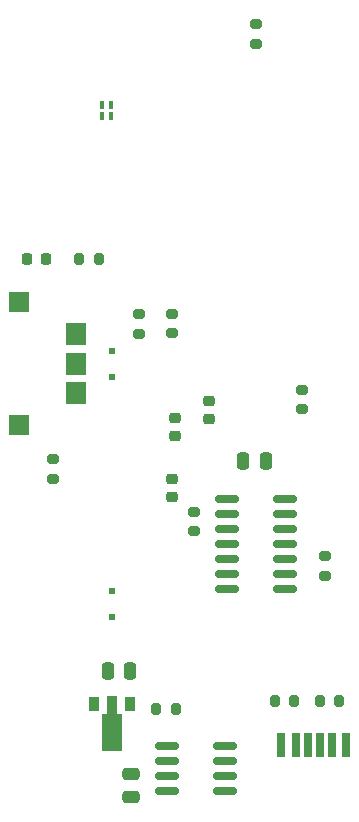
<source format=gtp>
G04 #@! TF.GenerationSoftware,KiCad,Pcbnew,(6.0.10-0)*
G04 #@! TF.CreationDate,2024-06-01T19:56:01+09:00*
G04 #@! TF.ProjectId,AutoFeeder_Drum-type,4175746f-4665-4656-9465-725f4472756d,01*
G04 #@! TF.SameCoordinates,Original*
G04 #@! TF.FileFunction,Paste,Top*
G04 #@! TF.FilePolarity,Positive*
%FSLAX46Y46*%
G04 Gerber Fmt 4.6, Leading zero omitted, Abs format (unit mm)*
G04 Created by KiCad (PCBNEW (6.0.10-0)) date 2024-06-01 19:56:01*
%MOMM*%
%LPD*%
G01*
G04 APERTURE LIST*
G04 Aperture macros list*
%AMRoundRect*
0 Rectangle with rounded corners*
0 $1 Rounding radius*
0 $2 $3 $4 $5 $6 $7 $8 $9 X,Y pos of 4 corners*
0 Add a 4 corners polygon primitive as box body*
4,1,4,$2,$3,$4,$5,$6,$7,$8,$9,$2,$3,0*
0 Add four circle primitives for the rounded corners*
1,1,$1+$1,$2,$3*
1,1,$1+$1,$4,$5*
1,1,$1+$1,$6,$7*
1,1,$1+$1,$8,$9*
0 Add four rect primitives between the rounded corners*
20,1,$1+$1,$2,$3,$4,$5,0*
20,1,$1+$1,$4,$5,$6,$7,0*
20,1,$1+$1,$6,$7,$8,$9,0*
20,1,$1+$1,$8,$9,$2,$3,0*%
%AMFreePoly0*
4,1,9,3.862500,-0.866500,0.737500,-0.866500,0.737500,-0.450000,-0.737500,-0.450000,-0.737500,0.450000,0.737500,0.450000,0.737500,0.866500,3.862500,0.866500,3.862500,-0.866500,3.862500,-0.866500,$1*%
G04 Aperture macros list end*
%ADD10RoundRect,0.200000X-0.200000X-0.275000X0.200000X-0.275000X0.200000X0.275000X-0.200000X0.275000X0*%
%ADD11RoundRect,0.150000X0.825000X0.150000X-0.825000X0.150000X-0.825000X-0.150000X0.825000X-0.150000X0*%
%ADD12RoundRect,0.200000X-0.275000X0.200000X-0.275000X-0.200000X0.275000X-0.200000X0.275000X0.200000X0*%
%ADD13RoundRect,0.225000X0.250000X-0.225000X0.250000X0.225000X-0.250000X0.225000X-0.250000X-0.225000X0*%
%ADD14RoundRect,0.225000X-0.250000X0.225000X-0.250000X-0.225000X0.250000X-0.225000X0.250000X0.225000X0*%
%ADD15RoundRect,0.150000X-0.825000X-0.150000X0.825000X-0.150000X0.825000X0.150000X-0.825000X0.150000X0*%
%ADD16RoundRect,0.250000X0.250000X0.475000X-0.250000X0.475000X-0.250000X-0.475000X0.250000X-0.475000X0*%
%ADD17RoundRect,0.200000X0.200000X0.275000X-0.200000X0.275000X-0.200000X-0.275000X0.200000X-0.275000X0*%
%ADD18R,0.900000X1.300000*%
%ADD19FreePoly0,270.000000*%
%ADD20RoundRect,0.218750X0.218750X0.256250X-0.218750X0.256250X-0.218750X-0.256250X0.218750X-0.256250X0*%
%ADD21R,0.700000X2.000000*%
%ADD22R,0.760000X2.000000*%
%ADD23R,0.800000X2.000000*%
%ADD24R,1.800000X1.900000*%
%ADD25R,1.700000X1.800000*%
%ADD26R,0.500000X0.500000*%
%ADD27R,0.400000X0.650000*%
%ADD28RoundRect,0.250000X-0.475000X0.250000X-0.475000X-0.250000X0.475000X-0.250000X0.475000X0.250000X0*%
G04 APERTURE END LIST*
D10*
X119167500Y-92075000D03*
X120817500Y-92075000D03*
D11*
X131510000Y-137160000D03*
X131510000Y-135890000D03*
X131510000Y-134620000D03*
X131510000Y-133350000D03*
X126560000Y-133350000D03*
X126560000Y-134620000D03*
X126560000Y-135890000D03*
X126560000Y-137160000D03*
D12*
X116970000Y-109030000D03*
X116970000Y-110680000D03*
X140000000Y-117275000D03*
X140000000Y-118925000D03*
D13*
X127000000Y-112281000D03*
X127000000Y-110731000D03*
D14*
X127254000Y-105524000D03*
X127254000Y-107074000D03*
D15*
X131640000Y-112395000D03*
X131640000Y-113665000D03*
X131640000Y-114935000D03*
X131640000Y-116205000D03*
X131640000Y-117475000D03*
X131640000Y-118745000D03*
X131640000Y-120015000D03*
X136590000Y-120015000D03*
X136590000Y-118745000D03*
X136590000Y-117475000D03*
X136590000Y-116205000D03*
X136590000Y-114935000D03*
X136590000Y-113665000D03*
X136590000Y-112395000D03*
D16*
X134935000Y-109220000D03*
X133035000Y-109220000D03*
D12*
X127000000Y-96727742D03*
X127000000Y-98377742D03*
X134115000Y-72200000D03*
X134115000Y-73850000D03*
D17*
X137350000Y-129540000D03*
X135700000Y-129540000D03*
D10*
X125667000Y-130175000D03*
X127317000Y-130175000D03*
D18*
X123420000Y-129795000D03*
D19*
X121920000Y-129882500D03*
D18*
X120420000Y-129795000D03*
D20*
X116335000Y-92075000D03*
X114760000Y-92075000D03*
D21*
X138500000Y-133200000D03*
D22*
X140520000Y-133200000D03*
D23*
X141750000Y-133200000D03*
D21*
X139500000Y-133200000D03*
D22*
X137480000Y-133200000D03*
D23*
X136250000Y-133200000D03*
D10*
X139510000Y-129540000D03*
X141160000Y-129540000D03*
D24*
X118869000Y-103415000D03*
X118869000Y-98465000D03*
D25*
X114019000Y-106165000D03*
X114019000Y-95765000D03*
D24*
X118869000Y-100965000D03*
D12*
X138000000Y-103175000D03*
X138000000Y-104825000D03*
X128905000Y-113475000D03*
X128905000Y-115125000D03*
D26*
X121920000Y-122385000D03*
X121920000Y-120185000D03*
D14*
X130175000Y-104127000D03*
X130175000Y-105677000D03*
D12*
X124237500Y-96775000D03*
X124237500Y-98425000D03*
D16*
X123450000Y-127000000D03*
X121550000Y-127000000D03*
D26*
X121920000Y-99865000D03*
X121920000Y-102065000D03*
D27*
X121880000Y-79027400D03*
X121120000Y-79027400D03*
X121120000Y-80027400D03*
X121880000Y-80027400D03*
D28*
X123571000Y-135702000D03*
X123571000Y-137602000D03*
M02*

</source>
